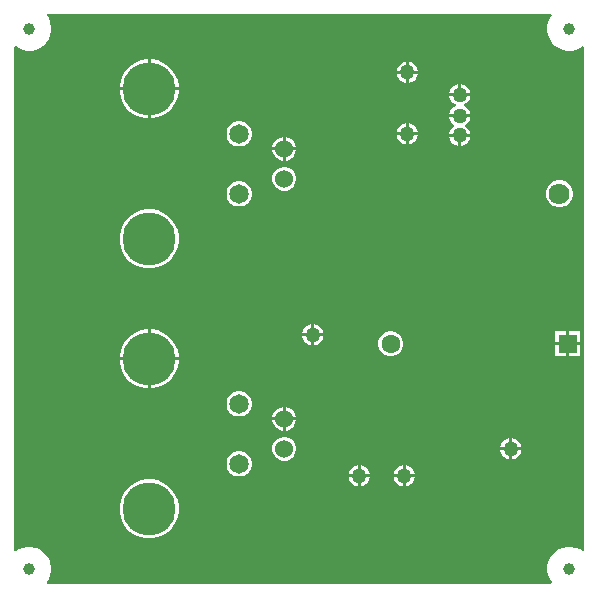
<source format=gbl>
G04*
G04 #@! TF.GenerationSoftware,Altium Limited,Altium Designer,22.5.1 (42)*
G04*
G04 Layer_Physical_Order=2*
G04 Layer_Color=16711680*
%FSLAX43Y43*%
%MOMM*%
G71*
G04*
G04 #@! TF.SameCoordinates,A77E8290-A955-47A2-8026-EEB05ABB935E*
G04*
G04*
G04 #@! TF.FilePolarity,Positive*
G04*
G01*
G75*
%ADD45C,1.780*%
%ADD46C,1.524*%
%ADD50C,4.500*%
%ADD51C,1.650*%
%ADD52R,1.600X1.600*%
%ADD53C,1.600*%
%ADD54C,1.000*%
%ADD55C,1.270*%
G36*
X72194Y74803D02*
X72017Y74538D01*
X71877Y74201D01*
X71806Y73843D01*
Y73477D01*
X71877Y73119D01*
X72017Y72782D01*
X72220Y72478D01*
X72478Y72220D01*
X72782Y72017D01*
X73119Y71877D01*
X73477Y71806D01*
X73843D01*
X74201Y71877D01*
X74538Y72017D01*
X74803Y72194D01*
X74930Y72141D01*
Y29459D01*
X74803Y29406D01*
X74538Y29583D01*
X74201Y29723D01*
X73843Y29794D01*
X73477D01*
X73119Y29723D01*
X72782Y29583D01*
X72478Y29380D01*
X72220Y29122D01*
X72017Y28818D01*
X71877Y28481D01*
X71806Y28123D01*
Y27757D01*
X71877Y27399D01*
X72017Y27062D01*
X72194Y26797D01*
X72141Y26670D01*
X29459D01*
X29406Y26797D01*
X29583Y27062D01*
X29723Y27399D01*
X29794Y27757D01*
Y28123D01*
X29723Y28481D01*
X29583Y28818D01*
X29380Y29122D01*
X29122Y29380D01*
X28818Y29583D01*
X28481Y29723D01*
X28123Y29794D01*
X27757D01*
X27399Y29723D01*
X27062Y29583D01*
X26797Y29406D01*
X26670Y29459D01*
Y72141D01*
X26797Y72194D01*
X27062Y72017D01*
X27399Y71877D01*
X27757Y71806D01*
X28123D01*
X28481Y71877D01*
X28818Y72017D01*
X29122Y72220D01*
X29380Y72478D01*
X29583Y72782D01*
X29723Y73119D01*
X29794Y73477D01*
Y73843D01*
X29723Y74201D01*
X29583Y74538D01*
X29406Y74803D01*
X29459Y74930D01*
X72141D01*
X72194Y74803D01*
D02*
G37*
%LPC*%
G36*
X60071Y70863D02*
Y70104D01*
X60830D01*
X60772Y70320D01*
X60655Y70523D01*
X60490Y70688D01*
X60287Y70805D01*
X60071Y70863D01*
D02*
G37*
G36*
X59817D02*
X59601Y70805D01*
X59398Y70688D01*
X59233Y70523D01*
X59116Y70320D01*
X59058Y70104D01*
X59817D01*
Y70863D01*
D02*
G37*
G36*
X60830Y69850D02*
X60071D01*
Y69091D01*
X60287Y69149D01*
X60490Y69266D01*
X60655Y69431D01*
X60772Y69634D01*
X60830Y69850D01*
D02*
G37*
G36*
X59817D02*
X59058D01*
X59116Y69634D01*
X59233Y69431D01*
X59398Y69266D01*
X59601Y69149D01*
X59817Y69091D01*
Y69850D01*
D02*
G37*
G36*
X38347Y71084D02*
X38227D01*
Y68707D01*
X40604D01*
Y68827D01*
X40508Y69310D01*
X40319Y69766D01*
X40045Y70176D01*
X39696Y70525D01*
X39286Y70799D01*
X38830Y70988D01*
X38347Y71084D01*
D02*
G37*
G36*
X37973D02*
X37853D01*
X37370Y70988D01*
X36914Y70799D01*
X36504Y70525D01*
X36155Y70176D01*
X35881Y69766D01*
X35692Y69310D01*
X35596Y68827D01*
Y68707D01*
X37973D01*
Y71084D01*
D02*
G37*
G36*
X64516Y68958D02*
Y68199D01*
X65275D01*
X65217Y68415D01*
X65100Y68618D01*
X64935Y68783D01*
X64732Y68900D01*
X64516Y68958D01*
D02*
G37*
G36*
X64262D02*
X64046Y68900D01*
X63843Y68783D01*
X63678Y68618D01*
X63561Y68415D01*
X63503Y68199D01*
X64262D01*
Y68958D01*
D02*
G37*
G36*
X65275Y67945D02*
X63503D01*
X63561Y67729D01*
X63678Y67526D01*
X63843Y67361D01*
X64034Y67251D01*
X64044Y67183D01*
X64034Y67115D01*
X63843Y67005D01*
X63678Y66840D01*
X63561Y66637D01*
X63503Y66421D01*
X65275D01*
X65217Y66637D01*
X65100Y66840D01*
X64935Y67005D01*
X64744Y67115D01*
X64734Y67183D01*
X64744Y67251D01*
X64935Y67361D01*
X65100Y67526D01*
X65217Y67729D01*
X65275Y67945D01*
D02*
G37*
G36*
X40604Y68453D02*
X38227D01*
Y66076D01*
X38347D01*
X38830Y66172D01*
X39286Y66361D01*
X39696Y66635D01*
X40045Y66984D01*
X40319Y67394D01*
X40508Y67850D01*
X40604Y68333D01*
Y68453D01*
D02*
G37*
G36*
X37973D02*
X35596D01*
Y68333D01*
X35692Y67850D01*
X35881Y67394D01*
X36155Y66984D01*
X36504Y66635D01*
X36914Y66361D01*
X37370Y66172D01*
X37853Y66076D01*
X37973D01*
Y68453D01*
D02*
G37*
G36*
X60071Y65656D02*
Y64897D01*
X60830D01*
X60772Y65113D01*
X60655Y65316D01*
X60490Y65481D01*
X60287Y65598D01*
X60071Y65656D01*
D02*
G37*
G36*
X59817D02*
X59601Y65598D01*
X59398Y65481D01*
X59233Y65316D01*
X59116Y65113D01*
X59058Y64897D01*
X59817D01*
Y65656D01*
D02*
G37*
G36*
X65275Y66167D02*
X63503D01*
X63561Y65951D01*
X63678Y65748D01*
X63843Y65583D01*
X63931Y65532D01*
Y65405D01*
X63843Y65354D01*
X63678Y65189D01*
X63561Y64986D01*
X63503Y64770D01*
X65275D01*
X65217Y64986D01*
X65100Y65189D01*
X64935Y65354D01*
X64847Y65405D01*
Y65532D01*
X64935Y65583D01*
X65100Y65748D01*
X65217Y65951D01*
X65275Y66167D01*
D02*
G37*
G36*
X60830Y64643D02*
X60071D01*
Y63884D01*
X60287Y63942D01*
X60490Y64059D01*
X60655Y64224D01*
X60772Y64427D01*
X60830Y64643D01*
D02*
G37*
G36*
X59817D02*
X59058D01*
X59116Y64427D01*
X59233Y64224D01*
X59398Y64059D01*
X59601Y63942D01*
X59817Y63884D01*
Y64643D01*
D02*
G37*
G36*
X65275Y64516D02*
X64516D01*
Y63757D01*
X64732Y63815D01*
X64935Y63932D01*
X65100Y64097D01*
X65217Y64300D01*
X65275Y64516D01*
D02*
G37*
G36*
X64262D02*
X63503D01*
X63561Y64300D01*
X63678Y64097D01*
X63843Y63932D01*
X64046Y63815D01*
X64262Y63757D01*
Y64516D01*
D02*
G37*
G36*
X45862Y65849D02*
X45578D01*
X45304Y65775D01*
X45057Y65633D01*
X44857Y65433D01*
X44715Y65186D01*
X44641Y64912D01*
Y64628D01*
X44715Y64354D01*
X44857Y64107D01*
X45057Y63907D01*
X45304Y63765D01*
X45578Y63691D01*
X45862D01*
X46136Y63765D01*
X46383Y63907D01*
X46583Y64107D01*
X46725Y64354D01*
X46799Y64628D01*
Y64912D01*
X46725Y65186D01*
X46583Y65433D01*
X46383Y65633D01*
X46136Y65775D01*
X45862Y65849D01*
D02*
G37*
G36*
X49664Y64516D02*
X49657D01*
Y63627D01*
X50546D01*
Y63634D01*
X50477Y63892D01*
X50343Y64124D01*
X50154Y64313D01*
X49922Y64447D01*
X49664Y64516D01*
D02*
G37*
G36*
X49403D02*
X49396D01*
X49138Y64447D01*
X48906Y64313D01*
X48717Y64124D01*
X48583Y63892D01*
X48514Y63634D01*
Y63627D01*
X49403D01*
Y64516D01*
D02*
G37*
G36*
X50546Y63373D02*
X49657D01*
Y62484D01*
X49664D01*
X49922Y62553D01*
X50154Y62687D01*
X50343Y62876D01*
X50477Y63108D01*
X50546Y63366D01*
Y63373D01*
D02*
G37*
G36*
X49403D02*
X48514D01*
Y63366D01*
X48583Y63108D01*
X48717Y62876D01*
X48906Y62687D01*
X49138Y62553D01*
X49396Y62484D01*
X49403D01*
Y63373D01*
D02*
G37*
G36*
X49664Y61976D02*
X49396D01*
X49138Y61907D01*
X48906Y61773D01*
X48717Y61584D01*
X48583Y61352D01*
X48514Y61094D01*
Y60826D01*
X48583Y60568D01*
X48717Y60336D01*
X48906Y60147D01*
X49138Y60013D01*
X49396Y59944D01*
X49664D01*
X49922Y60013D01*
X50154Y60147D01*
X50343Y60336D01*
X50477Y60568D01*
X50546Y60826D01*
Y61094D01*
X50477Y61352D01*
X50343Y61584D01*
X50154Y61773D01*
X49922Y61907D01*
X49664Y61976D01*
D02*
G37*
G36*
X45862Y60769D02*
X45578D01*
X45304Y60695D01*
X45057Y60553D01*
X44857Y60353D01*
X44715Y60106D01*
X44641Y59832D01*
Y59548D01*
X44715Y59274D01*
X44857Y59027D01*
X45057Y58827D01*
X45304Y58685D01*
X45578Y58611D01*
X45862D01*
X46136Y58685D01*
X46383Y58827D01*
X46583Y59027D01*
X46725Y59274D01*
X46799Y59548D01*
Y59832D01*
X46725Y60106D01*
X46583Y60353D01*
X46383Y60553D01*
X46136Y60695D01*
X45862Y60769D01*
D02*
G37*
G36*
X72981Y60834D02*
X72679D01*
X72388Y60756D01*
X72128Y60605D01*
X71915Y60392D01*
X71764Y60132D01*
X71686Y59841D01*
Y59539D01*
X71764Y59248D01*
X71915Y58988D01*
X72128Y58775D01*
X72388Y58624D01*
X72679Y58546D01*
X72981D01*
X73272Y58624D01*
X73532Y58775D01*
X73745Y58988D01*
X73896Y59248D01*
X73974Y59539D01*
Y59841D01*
X73896Y60132D01*
X73745Y60392D01*
X73532Y60605D01*
X73272Y60756D01*
X72981Y60834D01*
D02*
G37*
G36*
X38347Y58384D02*
X37853D01*
X37370Y58288D01*
X36914Y58099D01*
X36504Y57825D01*
X36155Y57476D01*
X35881Y57066D01*
X35692Y56610D01*
X35596Y56127D01*
Y55633D01*
X35692Y55150D01*
X35881Y54694D01*
X36155Y54284D01*
X36504Y53935D01*
X36914Y53661D01*
X37370Y53472D01*
X37853Y53376D01*
X38347D01*
X38830Y53472D01*
X39286Y53661D01*
X39696Y53935D01*
X40045Y54284D01*
X40319Y54694D01*
X40508Y55150D01*
X40604Y55633D01*
Y56127D01*
X40508Y56610D01*
X40319Y57066D01*
X40045Y57476D01*
X39696Y57825D01*
X39286Y58099D01*
X38830Y58288D01*
X38347Y58384D01*
D02*
G37*
G36*
X52068Y48638D02*
Y47879D01*
X52827D01*
X52769Y48095D01*
X52652Y48298D01*
X52486Y48463D01*
X52284Y48580D01*
X52068Y48638D01*
D02*
G37*
G36*
X51813D02*
X51597Y48580D01*
X51395Y48463D01*
X51229Y48298D01*
X51112Y48095D01*
X51054Y47879D01*
X51813D01*
Y48638D01*
D02*
G37*
G36*
X74594Y48044D02*
X73667D01*
Y47117D01*
X74594D01*
Y48044D01*
D02*
G37*
G36*
X73413D02*
X72486D01*
Y47117D01*
X73413D01*
Y48044D01*
D02*
G37*
G36*
X52827Y47625D02*
X52068D01*
Y46866D01*
X52284Y46924D01*
X52486Y47041D01*
X52652Y47206D01*
X52769Y47409D01*
X52827Y47625D01*
D02*
G37*
G36*
X51813D02*
X51054D01*
X51112Y47409D01*
X51229Y47206D01*
X51395Y47041D01*
X51597Y46924D01*
X51813Y46866D01*
Y47625D01*
D02*
G37*
G36*
X74594Y46863D02*
X73667D01*
Y45936D01*
X74594D01*
Y46863D01*
D02*
G37*
G36*
X73413D02*
X72486D01*
Y45936D01*
X73413D01*
Y46863D01*
D02*
G37*
G36*
X58679Y48044D02*
X58401D01*
X58133Y47972D01*
X57893Y47833D01*
X57697Y47637D01*
X57558Y47397D01*
X57486Y47129D01*
Y46851D01*
X57558Y46583D01*
X57697Y46343D01*
X57893Y46147D01*
X58133Y46008D01*
X58401Y45936D01*
X58679D01*
X58947Y46008D01*
X59187Y46147D01*
X59383Y46343D01*
X59522Y46583D01*
X59594Y46851D01*
Y47129D01*
X59522Y47397D01*
X59383Y47637D01*
X59187Y47833D01*
X58947Y47972D01*
X58679Y48044D01*
D02*
G37*
G36*
X38347Y48224D02*
X38227D01*
Y45847D01*
X40604D01*
Y45967D01*
X40508Y46450D01*
X40319Y46906D01*
X40045Y47316D01*
X39696Y47665D01*
X39286Y47939D01*
X38830Y48128D01*
X38347Y48224D01*
D02*
G37*
G36*
X37973D02*
X37853D01*
X37370Y48128D01*
X36914Y47939D01*
X36504Y47665D01*
X36155Y47316D01*
X35881Y46906D01*
X35692Y46450D01*
X35596Y45967D01*
Y45847D01*
X37973D01*
Y48224D01*
D02*
G37*
G36*
X40604Y45593D02*
X38227D01*
Y43216D01*
X38347D01*
X38830Y43312D01*
X39286Y43501D01*
X39696Y43775D01*
X40045Y44124D01*
X40319Y44534D01*
X40508Y44990D01*
X40604Y45473D01*
Y45593D01*
D02*
G37*
G36*
X37973D02*
X35596D01*
Y45473D01*
X35692Y44990D01*
X35881Y44534D01*
X36155Y44124D01*
X36504Y43775D01*
X36914Y43501D01*
X37370Y43312D01*
X37853Y43216D01*
X37973D01*
Y45593D01*
D02*
G37*
G36*
X45862Y42989D02*
X45578D01*
X45304Y42915D01*
X45057Y42773D01*
X44857Y42573D01*
X44715Y42326D01*
X44641Y42052D01*
Y41768D01*
X44715Y41494D01*
X44857Y41247D01*
X45057Y41047D01*
X45304Y40905D01*
X45578Y40831D01*
X45862D01*
X46136Y40905D01*
X46383Y41047D01*
X46583Y41247D01*
X46725Y41494D01*
X46799Y41768D01*
Y42052D01*
X46725Y42326D01*
X46583Y42573D01*
X46383Y42773D01*
X46136Y42915D01*
X45862Y42989D01*
D02*
G37*
G36*
X49664Y41656D02*
X49657D01*
Y40767D01*
X50546D01*
Y40774D01*
X50477Y41032D01*
X50343Y41264D01*
X50154Y41453D01*
X49922Y41587D01*
X49664Y41656D01*
D02*
G37*
G36*
X49403D02*
X49396D01*
X49138Y41587D01*
X48906Y41453D01*
X48717Y41264D01*
X48583Y41032D01*
X48514Y40774D01*
Y40767D01*
X49403D01*
Y41656D01*
D02*
G37*
G36*
X50546Y40513D02*
X49657D01*
Y39624D01*
X49664D01*
X49922Y39693D01*
X50154Y39827D01*
X50343Y40016D01*
X50477Y40248D01*
X50546Y40506D01*
Y40513D01*
D02*
G37*
G36*
X49403D02*
X48514D01*
Y40506D01*
X48583Y40248D01*
X48717Y40016D01*
X48906Y39827D01*
X49138Y39693D01*
X49396Y39624D01*
X49403D01*
Y40513D01*
D02*
G37*
G36*
X68834Y38986D02*
Y38227D01*
X69593D01*
X69535Y38443D01*
X69418Y38646D01*
X69253Y38811D01*
X69050Y38928D01*
X68834Y38986D01*
D02*
G37*
G36*
X68580D02*
X68364Y38928D01*
X68161Y38811D01*
X67996Y38646D01*
X67879Y38443D01*
X67821Y38227D01*
X68580D01*
Y38986D01*
D02*
G37*
G36*
X69593Y37973D02*
X68834D01*
Y37214D01*
X69050Y37272D01*
X69253Y37389D01*
X69418Y37554D01*
X69535Y37757D01*
X69593Y37973D01*
D02*
G37*
G36*
X68580D02*
X67821D01*
X67879Y37757D01*
X67996Y37554D01*
X68161Y37389D01*
X68364Y37272D01*
X68580Y37214D01*
Y37973D01*
D02*
G37*
G36*
X49664Y39116D02*
X49396D01*
X49138Y39047D01*
X48906Y38913D01*
X48717Y38724D01*
X48583Y38492D01*
X48514Y38234D01*
Y37966D01*
X48583Y37708D01*
X48717Y37476D01*
X48906Y37287D01*
X49138Y37153D01*
X49396Y37084D01*
X49664D01*
X49922Y37153D01*
X50154Y37287D01*
X50343Y37476D01*
X50477Y37708D01*
X50546Y37966D01*
Y38234D01*
X50477Y38492D01*
X50343Y38724D01*
X50154Y38913D01*
X49922Y39047D01*
X49664Y39116D01*
D02*
G37*
G36*
X59817Y36700D02*
Y35941D01*
X60576D01*
X60518Y36157D01*
X60401Y36360D01*
X60236Y36525D01*
X60033Y36642D01*
X59817Y36700D01*
D02*
G37*
G36*
X59563D02*
X59347Y36642D01*
X59144Y36525D01*
X58979Y36360D01*
X58862Y36157D01*
X58804Y35941D01*
X59563D01*
Y36700D01*
D02*
G37*
G36*
X56007D02*
Y35941D01*
X56766D01*
X56708Y36157D01*
X56591Y36360D01*
X56426Y36525D01*
X56223Y36642D01*
X56007Y36700D01*
D02*
G37*
G36*
X55753D02*
X55537Y36642D01*
X55334Y36525D01*
X55169Y36360D01*
X55052Y36157D01*
X54994Y35941D01*
X55753D01*
Y36700D01*
D02*
G37*
G36*
X45862Y37909D02*
X45578D01*
X45304Y37835D01*
X45057Y37693D01*
X44857Y37493D01*
X44715Y37246D01*
X44641Y36972D01*
Y36688D01*
X44715Y36414D01*
X44857Y36167D01*
X45057Y35967D01*
X45304Y35825D01*
X45578Y35751D01*
X45862D01*
X46136Y35825D01*
X46383Y35967D01*
X46583Y36167D01*
X46725Y36414D01*
X46799Y36688D01*
Y36972D01*
X46725Y37246D01*
X46583Y37493D01*
X46383Y37693D01*
X46136Y37835D01*
X45862Y37909D01*
D02*
G37*
G36*
X60576Y35687D02*
X59817D01*
Y34928D01*
X60033Y34986D01*
X60236Y35103D01*
X60401Y35268D01*
X60518Y35471D01*
X60576Y35687D01*
D02*
G37*
G36*
X59563D02*
X58804D01*
X58862Y35471D01*
X58979Y35268D01*
X59144Y35103D01*
X59347Y34986D01*
X59563Y34928D01*
Y35687D01*
D02*
G37*
G36*
X56766D02*
X56007D01*
Y34928D01*
X56223Y34986D01*
X56426Y35103D01*
X56591Y35268D01*
X56708Y35471D01*
X56766Y35687D01*
D02*
G37*
G36*
X55753D02*
X54994D01*
X55052Y35471D01*
X55169Y35268D01*
X55334Y35103D01*
X55537Y34986D01*
X55753Y34928D01*
Y35687D01*
D02*
G37*
G36*
X38347Y35524D02*
X37853D01*
X37370Y35428D01*
X36914Y35239D01*
X36504Y34965D01*
X36155Y34616D01*
X35881Y34206D01*
X35692Y33750D01*
X35596Y33267D01*
Y32773D01*
X35692Y32290D01*
X35881Y31834D01*
X36155Y31424D01*
X36504Y31075D01*
X36914Y30801D01*
X37370Y30612D01*
X37853Y30516D01*
X38347D01*
X38830Y30612D01*
X39286Y30801D01*
X39696Y31075D01*
X40045Y31424D01*
X40319Y31834D01*
X40508Y32290D01*
X40604Y32773D01*
Y33267D01*
X40508Y33750D01*
X40319Y34206D01*
X40045Y34616D01*
X39696Y34965D01*
X39286Y35239D01*
X38830Y35428D01*
X38347Y35524D01*
D02*
G37*
%LPD*%
D45*
X72830Y59690D02*
D03*
D46*
X49530Y60960D02*
D03*
Y63500D02*
D03*
Y38100D02*
D03*
Y40640D02*
D03*
D50*
X38100Y33020D02*
D03*
Y45720D02*
D03*
Y55880D02*
D03*
Y68580D02*
D03*
D51*
X45720Y41910D02*
D03*
Y36830D02*
D03*
Y64770D02*
D03*
Y59690D02*
D03*
D52*
X73540Y46990D02*
D03*
D53*
X58540D02*
D03*
D54*
X73660Y73660D02*
D03*
Y27940D02*
D03*
X27940Y73660D02*
D03*
Y27940D02*
D03*
D55*
X51940Y47752D02*
D03*
X64389Y66294D02*
D03*
Y68072D02*
D03*
Y64643D02*
D03*
X59944Y64770D02*
D03*
Y69977D02*
D03*
X55880Y35814D02*
D03*
X59690D02*
D03*
X68707Y38100D02*
D03*
M02*

</source>
